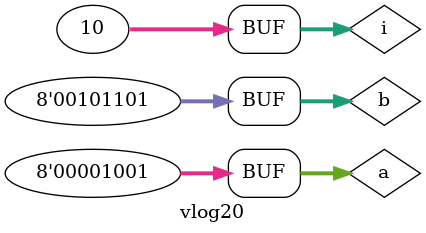
<source format=v>
module adder(a, b, o);
  parameter WIDTH = 16;
  input [WIDTH-1:0] a, b;
  output [WIDTH-1:0] o;
  wire [WIDTH-1:0] o;

  assign o = a + b;

  always @(*)
    $display("%x + %x ==> %x", a, b, o);

endmodule // adder

module vlog20;
  wire [7:0] o;
  reg [7:0]  a, b;

  adder #(8) u(a, b, o);

  integer i;
  initial begin
    for (i = 0; i < 10; i++) begin
      a = i;
      b = i * 5;
      #1;
    end
  end

endmodule // vlog20

</source>
